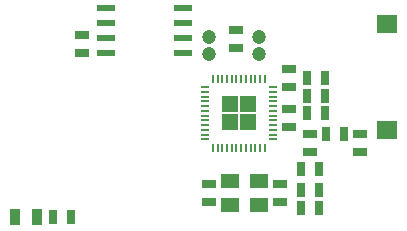
<source format=gbr>
G04 #@! TF.GenerationSoftware,KiCad,Pcbnew,5.0.2*
G04 #@! TF.CreationDate,2020-07-22T00:18:21+02:00*
G04 #@! TF.ProjectId,pmod-wifi-esp32,706d6f64-2d77-4696-9669-2d6573703332,1*
G04 #@! TF.SameCoordinates,Original*
G04 #@! TF.FileFunction,Paste,Top*
G04 #@! TF.FilePolarity,Positive*
%FSLAX46Y46*%
G04 Gerber Fmt 4.6, Leading zero omitted, Abs format (unit mm)*
G04 Created by KiCad (PCBNEW 5.0.2) date mer. 22 juil. 2020 00:18:21 CEST*
%MOMM*%
%LPD*%
G01*
G04 APERTURE LIST*
%ADD10R,0.200000X0.700000*%
%ADD11R,0.700000X0.200000*%
%ADD12R,1.350000X1.350000*%
%ADD13R,1.800000X1.500000*%
%ADD14R,1.143000X0.635000*%
%ADD15R,0.635000X1.143000*%
%ADD16R,1.500000X1.200000*%
%ADD17R,1.600000X0.550000*%
%ADD18R,0.889000X1.397000*%
%ADD19C,1.198880*%
G04 APERTURE END LIST*
D10*
G04 #@! TO.C,U1*
X155200000Y-107900000D03*
X154800000Y-107900000D03*
X154400000Y-107900000D03*
X154000000Y-107900000D03*
X153600000Y-107900000D03*
X153200000Y-107900000D03*
X152800000Y-107900000D03*
X152400000Y-107900000D03*
X152000000Y-107900000D03*
X151600000Y-107900000D03*
X151200000Y-107900000D03*
X150800000Y-107900000D03*
D11*
X150100000Y-107200000D03*
X150100000Y-106800000D03*
X150100000Y-106400000D03*
X150100000Y-106000000D03*
X150100000Y-105600000D03*
X150100000Y-105200000D03*
X150100000Y-104800000D03*
X150100000Y-104400000D03*
X150100000Y-104000000D03*
X150100000Y-103600000D03*
X150100000Y-103200000D03*
X150100000Y-102800000D03*
D10*
X150800000Y-102100000D03*
X151200000Y-102100000D03*
X151600000Y-102100000D03*
X152000000Y-102100000D03*
X152400000Y-102100000D03*
X152800000Y-102100000D03*
X153200000Y-102100000D03*
X153600000Y-102100000D03*
X154000000Y-102100000D03*
X154400000Y-102100000D03*
X154800000Y-102100000D03*
X155200000Y-102100000D03*
D11*
X155900000Y-102800000D03*
X155900000Y-103200000D03*
X155900000Y-103600000D03*
X155900000Y-104000000D03*
X155900000Y-104400000D03*
X155900000Y-104800000D03*
X155900000Y-105200000D03*
X155900000Y-105600000D03*
X155900000Y-106000000D03*
X155900000Y-106400000D03*
X155900000Y-106800000D03*
X155900000Y-107200000D03*
D12*
X153750000Y-105750000D03*
X152250000Y-105750000D03*
X153750000Y-104250000D03*
X152250000Y-104250000D03*
G04 #@! TD*
D13*
G04 #@! TO.C,A1*
X165550000Y-106400000D03*
X165550000Y-97400000D03*
G04 #@! TD*
D14*
G04 #@! TO.C,C4*
X159000000Y-106738000D03*
X159000000Y-108262000D03*
G04 #@! TD*
G04 #@! TO.C,C5*
X163250000Y-106738000D03*
X163250000Y-108262000D03*
G04 #@! TD*
D15*
G04 #@! TO.C,L1*
X161882000Y-106750000D03*
X160358000Y-106750000D03*
G04 #@! TD*
D14*
G04 #@! TO.C,C8*
X157250000Y-104638000D03*
X157250000Y-106162000D03*
G04 #@! TD*
D15*
G04 #@! TO.C,C9*
X160262000Y-102000000D03*
X158738000Y-102000000D03*
G04 #@! TD*
G04 #@! TO.C,C10*
X158738000Y-103500000D03*
X160262000Y-103500000D03*
G04 #@! TD*
G04 #@! TO.C,L2*
X160262000Y-105000000D03*
X158738000Y-105000000D03*
G04 #@! TD*
G04 #@! TO.C,C2*
X159762000Y-109750000D03*
X158238000Y-109750000D03*
G04 #@! TD*
G04 #@! TO.C,C3*
X158238000Y-111500000D03*
X159762000Y-111500000D03*
G04 #@! TD*
D14*
G04 #@! TO.C,R2*
X157250000Y-102762000D03*
X157250000Y-101238000D03*
G04 #@! TD*
D15*
G04 #@! TO.C,R1*
X158238000Y-113000000D03*
X159762000Y-113000000D03*
G04 #@! TD*
D14*
G04 #@! TO.C,C6*
X156500000Y-110988000D03*
X156500000Y-112512000D03*
G04 #@! TD*
G04 #@! TO.C,C7*
X150500000Y-110988000D03*
X150500000Y-112512000D03*
G04 #@! TD*
D16*
G04 #@! TO.C,X1*
X152250000Y-112750000D03*
X154750000Y-112750000D03*
X154750000Y-110750000D03*
X152250000Y-110750000D03*
G04 #@! TD*
D17*
G04 #@! TO.C,U2*
X141750000Y-99905000D03*
X148250000Y-99905000D03*
X141750000Y-98635000D03*
X141750000Y-97365000D03*
X141750000Y-96095000D03*
X148250000Y-98635000D03*
X148250000Y-97365000D03*
X148250000Y-96095000D03*
G04 #@! TD*
D18*
G04 #@! TO.C,C1*
X135952500Y-113800000D03*
X134047500Y-113800000D03*
G04 #@! TD*
D14*
G04 #@! TO.C,C11*
X139750000Y-98378000D03*
X139750000Y-99902000D03*
G04 #@! TD*
D15*
G04 #@! TO.C,FB1*
X137238000Y-113750000D03*
X138762000Y-113750000D03*
G04 #@! TD*
D19*
G04 #@! TO.C,TP1*
X154750000Y-100000000D03*
G04 #@! TD*
G04 #@! TO.C,TP2*
X154750000Y-98500000D03*
G04 #@! TD*
G04 #@! TO.C,TP3*
X150500000Y-98500000D03*
G04 #@! TD*
G04 #@! TO.C,TP4*
X150500000Y-100000000D03*
G04 #@! TD*
D14*
G04 #@! TO.C,C12*
X152800000Y-99512000D03*
X152800000Y-97988000D03*
G04 #@! TD*
M02*

</source>
